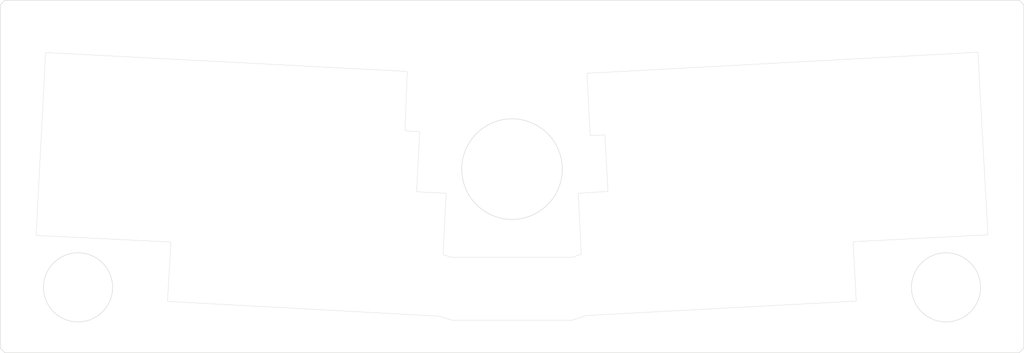
<source format=kicad_pcb>
(kicad_pcb (version 20211014) (generator pcbnew)
  (layers (0 "F.Cu" signal) (31 "B.Cu" signal) (34 "B.Paste" user) (35 "F.Paste" user) (36 "B.SilkS" user "B.Silkscreen") (37 "F.SilkS" user "F.Silkscreen") (38 "B.Mask" user) (39 "F.Mask" user) (44 "Edge.Cuts" user))
  (net 0 "")
  (footprint "kbd_Hole:m2_Screw_Hole_EdgeCuts" (layer "F.Cu") (at 11.075 13.05)
    (fp_text reference "J8" hide)
    (fp_text value "Conn_01x01" hide)
    (fp_circle (center 0 0) (end 1.1 0) (layer "Edge.Cuts") (width 0.01) (fill none))
  )
  (footprint "kbd_Hole:m2_Screw_Hole_EdgeCuts" (layer "F.Cu") (at 11.075 66.65)
    (fp_text reference "J9" hide)
    (fp_text value "Conn_01x01" hide)
    (fp_circle (center 0 0) (end 1.1 0) (layer "Edge.Cuts") (width 0.01) (fill none))
  )
  (footprint "kbd_Hole:m2_Screw_Hole_EdgeCuts" (layer "F.Cu") (at 11.075 120.25)
    (fp_text reference "J10" hide)
    (fp_text value "Conn_01x01" hide)
    (fp_circle (center 0 0) (end 1.1 0) (layer "Edge.Cuts") (width 0.01) (fill none))
  )
  (footprint "kbd_Hole:m2_Screw_Hole_EdgeCuts" (layer "F.Cu") (at 108.575 13.05)
    (fp_text reference "J11" hide)
    (fp_text value "Conn_01x01" hide)
    (fp_circle (center 0 0) (end 1.1 0) (layer "Edge.Cuts") (width 0.01) (fill none))
  )
  (footprint "kbd_Hole:m2_Screw_Hole_EdgeCuts" (layer "F.Cu") (at 234.325 13.05)
    (fp_text reference "J12" hide)
    (fp_text value "Conn_01x01" hide)
    (fp_circle (center 0 0) (end 1.1 0) (layer "Edge.Cuts") (width 0.01) (fill none))
  )
  (footprint "kbd_Hole:m2_Screw_Hole_EdgeCuts" (layer "F.Cu") (at 108.575 120.25)
    (fp_text reference "J13" hide)
    (fp_text value "Conn_01x01" hide)
    (fp_circle (center 0 0) (end 1.1 0) (layer "Edge.Cuts") (width 0.01) (fill none))
  )
  (footprint "kbd_Hole:m2_Screw_Hole_EdgeCuts" (layer "F.Cu") (at 234.325 120.25)
    (fp_text reference "J14" hide)
    (fp_text value "Conn_01x01" hide)
    (fp_circle (center 0 0) (end 1.1 0) (layer "Edge.Cuts") (width 0.01) (fill none))
  )
  (footprint "kbd_Hole:m2_Screw_Hole_EdgeCuts" (layer "F.Cu") (at 331.825 13.05)
    (fp_text reference "J15" hide)
    (fp_text value "Conn_01x01" hide)
    (fp_circle (center 0 0) (end 1.1 0) (layer "Edge.Cuts") (width 0.01) (fill none))
  )
  (footprint "kbd_Hole:m2_Screw_Hole_EdgeCuts" (layer "F.Cu") (at 331.825 66.65)
    (fp_text reference "J16" hide)
    (fp_text value "Conn_01x01" hide)
    (fp_circle (center 0 0) (end 1.1 0) (layer "Edge.Cuts") (width 0.01) (fill none))
  )
  (footprint "kbd_Hole:m2_Screw_Hole_EdgeCuts" (layer "F.Cu") (at 331.825 120.25)
    (fp_text reference "J17" hide)
    (fp_text value "Conn_01x01" hide)
    (fp_circle (center 0 0) (end 1.1 0) (layer "Edge.Cuts") (width 0.01) (fill none))
  )
  (gr_line (start 8.575 12.05) (end 10.075 10.55) (layer "Edge.Cuts") (width 0.15))
  (gr_line (start 334.325 12.05) (end 332.825 10.55) (layer "Edge.Cuts") (width 0.15))
  (gr_line (start 10.075 122.75) (end 8.575 121.25) (layer "Edge.Cuts") (width 0.15))
  (gr_circle (center 309.5625 101.925) (end 320.5625 101.925) (layer "Edge.Cuts") (width 0.15) (fill none))
  (gr_circle (center 171.45 64.29375) (end 187.45 64.29375) (layer "Edge.Cuts") (width 0.15) (fill none))
  (gr_line (start 20.316891 85.415789) (end 62.583068 87.48801) (layer "Edge.Cuts") (width 0.1))
  (gr_line (start 190.135341 92.398666) (end 152.710833 92.399736) (layer "Edge.Cuts") (width 0.1))
  (gr_arc (start 195.315215 34.097113) (mid 195.394036 33.881116) (end 195.602523 33.784159) (layer "Edge.Cuts") (width 0.1))
  (gr_line (start 150.187795 71.98252) (end 141.414079 71.51584) (layer "Edge.Cuts") (width 0.1))
  (gr_arc (start 147.81014 111.077726) (mid 148.194884 111.119238) (end 148.57114 111.209681) (layer "Edge.Cuts") (width 0.1))
  (gr_line (start 322.883939 84.902577) (end 319.716522 27.403461) (layer "Edge.Cuts") (width 0.1))
  (gr_arc (start 322.883939 84.902577) (mid 322.805118 85.118574) (end 322.596631 85.215531) (layer "Edge.Cuts") (width 0.1))
  (gr_line (start 192.515091 72.293191) (end 193.487372 91.180491) (layer "Edge.Cuts") (width 0.1))
  (gr_arc (start 280.016739 87.698703) (mid 280.09556 87.482706) (end 280.304047 87.385749) (layer "Edge.Cuts") (width 0.1))
  (gr_arc (start 141.414079 71.51584) (mid 141.201947 71.427972) (end 141.114079 71.21584) (layer "Edge.Cuts") (width 0.1))
  (gr_line (start 332.825 122.75) (end 334.325 121.25) (layer "Edge.Cuts") (width 0.15))
  (gr_arc (start 152.710833 92.399736) (mid 152.326091 92.358223) (end 151.949833 92.267781) (layer "Edge.Cuts") (width 0.1))
  (gr_arc (start 149.724979 91.604285) (mid 149.570968 91.493313) (end 149.511744 91.312854) (layer "Edge.Cuts") (width 0.1))
  (gr_line (start 10.075 122.75) (end 332.825 122.75) (layer "Edge.Cuts") (width 0.15))
  (gr_line (start 196.598168 53.587544) (end 200.702902 53.412455) (layer "Edge.Cuts") (width 0.1))
  (gr_arc (start 280.983705 106.00344) (mid 280.904884 106.219437) (end 280.696397 106.316394) (layer "Edge.Cuts") (width 0.1))
  (gr_arc (start 150.187795 71.98252) (mid 150.399927 72.070388) (end 150.487795 72.28252) (layer "Edge.Cuts") (width 0.1))
  (gr_line (start 62.883068 87.78801) (end 61.816488 106.114842) (layer "Edge.Cuts") (width 0.1))
  (gr_line (start 151.949833 92.267781) (end 149.724979 91.604285) (layer "Edge.Cuts") (width 0.1))
  (gr_arc (start 137.71037 52.12036) (mid 137.498238 52.032492) (end 137.41037 51.82036) (layer "Edge.Cuts") (width 0.1))
  (gr_line (start 141.771954 52.385198) (end 137.71037 52.12036) (layer "Edge.Cuts") (width 0.1))
  (gr_line (start 137.41037 51.82036) (end 138.091236 33.484127) (layer "Edge.Cuts") (width 0.1))
  (gr_arc (start 192.515091 72.293191) (mid 192.593912 72.077194) (end 192.802399 71.980237) (layer "Edge.Cuts") (width 0.1))
  (gr_arc (start 196.598168 53.587544) (mid 196.382171 53.508723) (end 196.285214 53.300236) (layer "Edge.Cuts") (width 0.1))
  (gr_line (start 319.403568 27.116153) (end 195.602523 33.784159) (layer "Edge.Cuts") (width 0.1))
  (gr_line (start 280.304047 87.385749) (end 322.596631 85.215531) (layer "Edge.Cuts") (width 0.1))
  (gr_arc (start 62.583068 87.48801) (mid 62.7952 87.575878) (end 62.883068 87.78801) (layer "Edge.Cuts") (width 0.1))
  (gr_line (start 152.743751 112.40297) (end 190.118596 112.403553) (layer "Edge.Cuts") (width 0.1))
  (gr_line (start 137.791236 33.184127) (end 23.281964 27.215829) (layer "Edge.Cuts") (width 0.1))
  (gr_arc (start 193.487372 91.180491) (mid 193.428412 91.361143) (end 193.274137 91.471922) (layer "Edge.Cuts") (width 0.1))
  (gr_line (start 201.015856 53.699763) (end 201.984094 71.10438) (layer "Edge.Cuts") (width 0.1))
  (gr_arc (start 190.879596 112.271598) (mid 190.503338 112.362042) (end 190.118596 112.403553) (layer "Edge.Cuts") (width 0.1))
  (gr_arc (start 22.981964 27.515829) (mid 23.069832 27.303697) (end 23.281964 27.215829) (layer "Edge.Cuts") (width 0.1))
  (gr_circle (center 33.3375 101.925) (end 44.3375 101.925) (layer "Edge.Cuts") (width 0.15) (fill none))
  (gr_arc (start 190.896341 92.266711) (mid 190.520083 92.357155) (end 190.135341 92.398666) (layer "Edge.Cuts") (width 0.1))
  (gr_arc (start 141.771954 52.385198) (mid 141.984086 52.473066) (end 142.071954 52.685198) (layer "Edge.Cuts") (width 0.1))
  (gr_line (start 332.825 10.55) (end 10.075 10.55) (layer "Edge.Cuts") (width 0.15))
  (gr_arc (start 152.743751 112.40297) (mid 152.359009 112.361457) (end 151.982751 112.271015) (layer "Edge.Cuts") (width 0.1))
  (gr_line (start 8.575 12.05) (end 8.575 121.25) (layer "Edge.Cuts") (width 0.15))
  (gr_line (start 149.511744 91.312854) (end 150.487795 72.28252) (layer "Edge.Cuts") (width 0.1))
  (gr_arc (start 137.791236 33.184127) (mid 138.003368 33.271995) (end 138.091236 33.484127) (layer "Edge.Cuts") (width 0.1))
  (gr_line (start 148.57114 111.209681) (end 151.982751 112.271015) (layer "Edge.Cuts") (width 0.1))
  (gr_line (start 280.983705 106.00344) (end 280.016739 87.698703) (layer "Edge.Cuts") (width 0.1))
  (gr_line (start 193.274137 91.471922) (end 190.896341 92.266711) (layer "Edge.Cuts") (width 0.1))
  (gr_arc (start 194.587971 111.00372) (mid 194.964229 110.913276) (end 195.348971 110.871765) (layer "Edge.Cuts") (width 0.1))
  (gr_line (start 22.981964 27.515829) (end 20.016891 85.115789) (layer "Edge.Cuts") (width 0.1))
  (gr_arc (start 319.403568 27.116153) (mid 319.619565 27.194974) (end 319.716522 27.403461) (layer "Edge.Cuts") (width 0.1))
  (gr_arc (start 201.984094 71.10438) (mid 201.905273 71.320377) (end 201.696786 71.417334) (layer "Edge.Cuts") (width 0.1))
  (gr_arc (start 62.116488 106.414842) (mid 61.904356 106.326974) (end 61.816488 106.114842) (layer "Edge.Cuts") (width 0.1))
  (gr_line (start 141.114079 71.21584) (end 142.071954 52.685198) (layer "Edge.Cuts") (width 0.1))
  (gr_line (start 62.116488 106.414842) (end 147.81014 111.077726) (layer "Edge.Cuts") (width 0.1))
  (gr_line (start 201.696786 71.417334) (end 192.802399 71.980237) (layer "Edge.Cuts") (width 0.1))
  (gr_line (start 195.348971 110.871765) (end 280.696397 106.316394) (layer "Edge.Cuts") (width 0.1))
  (gr_arc (start 20.316891 85.415789) (mid 20.104759 85.327921) (end 20.016891 85.115789) (layer "Edge.Cuts") (width 0.1))
  (gr_line (start 195.315215 34.097113) (end 196.285214 53.300236) (layer "Edge.Cuts") (width 0.1))
  (gr_line (start 190.879596 112.271598) (end 194.587971 111.00372) (layer "Edge.Cuts") (width 0.1))
  (gr_arc (start 200.702902 53.412455) (mid 200.918899 53.491276) (end 201.015856 53.699763) (layer "Edge.Cuts") (width 0.1))
  (gr_line (start 334.325 121.25) (end 334.325 12.05) (layer "Edge.Cuts") (width 0.15))
)
</source>
